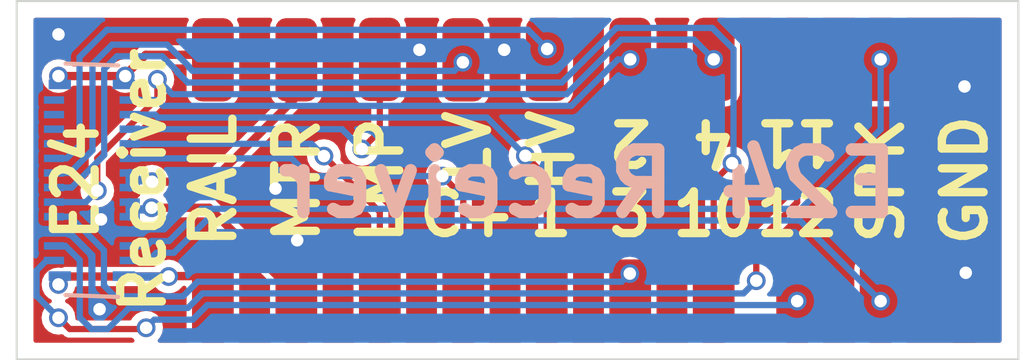
<source format=kicad_pcb>
(kicad_pcb (version 20240108) (generator "pcbnew") (generator_version "8.0")
  (layers (0 "F.Cu" signal) (31 "B.Cu" signal) (34 "B.Paste" user) (35 "F.Paste" user) (36 "B.SilkS" user "B.Silkscreen") (37 "F.SilkS" user "F.Silkscreen") (38 "B.Mask" user) (39 "F.Mask" user) (44 "Edge.Cuts" user))
  (net 0 "")
  (net 1 "/LAMP_FRONT")
  (net 2 "/AUX8 (VDC)")
  (net 3 "/AUX3")
  (net 4 "/AUX4")
  (net 5 "VCC")
  (net 6 "/TRACK_LEFT")
  (net 7 "/AUX10")
  (net 8 "/AUX11")
  (net 9 "/MOTOR_A")
  (net 10 "GND")
  (net 11 "/MOTOR_B")
  (net 12 "/AUX2 (VDC)")
  (net 13 "/TRACK_RIGHT")
  (net 14 "/AUX1 (VDC)")
  (net 15 "VDC")
  (net 16 "/AUX12")
  (net 17 "/CAP+")
  (net 18 "/LAMP_REAR")
  (net 19 "/AUX7 (VDC)")
  (net 20 "/AUX5 (VDC)")
  (net 21 "/AUX6 (VDC)")
  (net 22 "/SPEAKER_N")
  (net 23 "/SPEAKER_P")
  (footprint "Connector_Wire:SolderWirePad_1x01_SMD_1x2mm" (layer "F.Cu") (at 144.75 72.55)
    (property "Reference" "J7" (hide yes))
    (property "Value" "AUX3" (hide yes))
    (pad "1" smd roundrect (at 0 0) (size 1 2) (layers "F.Cu" "F.Paste" "F.Mask") (net 3 "/AUX3"))
  )
  (footprint "Connector_Wire:SolderWirePad_1x01_SMD_1x2mm" (layer "F.Cu") (at 146.75 66.75)
    (property "Reference" "J18" (hide yes))
    (property "Value" "AUX4" (hide yes))
    (pad "1" smd roundrect (at 0 0) (size 1 2) (layers "F.Cu" "F.Paste" "F.Mask") (net 4 "/AUX4"))
  )
  (footprint "Connector_Wire:SolderWirePad_1x01_SMD_1x2mm" (layer "F.Cu") (at 150.75 66.75)
    (property "Reference" "J20" (hide yes))
    (property "Value" "SPEAKER+" (hide yes))
    (pad "1" smd roundrect (at 0 0) (size 1 2) (layers "F.Cu" "F.Paste" "F.Mask") (net 23 "/SPEAKER_P"))
  )
  (footprint "Connector_Wire:SolderWirePad_1x01_SMD_1x2mm" (layer "F.Cu") (at 140.75 66.76)
    (property "Reference" "J15" (hide yes))
    (property "Value" "VCC" (hide yes))
    (pad "1" smd roundrect (at 0 0) (size 1 2) (layers "F.Cu" "F.Paste" "F.Mask") (net 5 "VCC"))
  )
  (footprint "Connector_Wire:SolderWirePad_1x01_SMD_1x2mm" (layer "F.Cu") (at 136.75 66.76)
    (property "Reference" "J13" (hide yes))
    (property "Value" "MOTOR+" (hide yes))
    (pad "1" smd roundrect (at 0 0) (size 1 2) (layers "F.Cu" "F.Paste" "F.Mask") (net 9 "/MOTOR_A"))
  )
  (footprint "Connector_Wire:SolderWirePad_1x01_SMD_1x2mm" (layer "F.Cu") (at 148.75 66.75)
    (property "Reference" "J19" (hide yes))
    (property "Value" "AUX11" (hide yes))
    (pad "1" smd roundrect (at 0 0) (size 1 2) (layers "F.Cu" "F.Paste" "F.Mask") (net 8 "/AUX11"))
  )
  (footprint "Connector_Wire:SolderWirePad_1x01_SMD_1x2mm" (layer "F.Cu") (at 144.75 66.75)
    (property "Reference" "J17" (hide yes))
    (property "Value" "AUX2" (hide yes))
    (pad "1" smd roundrect (at 0 0) (size 1 2) (layers "F.Cu" "F.Paste" "F.Mask") (net 12 "/AUX2 (VDC)"))
  )
  (footprint "Connector_Wire:SolderWirePad_1x01_SMD_1x2mm" (layer "F.Cu") (at 152.75 66.75)
    (property "Reference" "J21" (hide yes))
    (property "Value" "GND2" (hide yes))
    (pad "1" smd roundrect (at 0 0) (size 1 2) (layers "F.Cu" "F.Paste" "F.Mask") (net 10 "GND"))
  )
  (footprint "Connector_Wire:SolderWirePad_1x01_SMD_1x2mm" (layer "F.Cu") (at 140.75 72.55)
    (property "Reference" "J5" (hide yes))
    (property "Value" "CAP+" (hide yes))
    (pad "1" smd roundrect (at 0 0) (size 1 2) (layers "F.Cu" "F.Paste" "F.Mask") (net 17 "/CAP+"))
  )
  (footprint "Connector_Wire:SolderWirePad_1x01_SMD_1x2mm" (layer "F.Cu") (at 148.75 72.55)
    (property "Reference" "J9" (hide yes))
    (property "Value" "AUX12" (hide yes))
    (pad "1" smd roundrect (at 0 0) (size 1 2) (layers "F.Cu" "F.Paste" "F.Mask") (net 16 "/AUX12"))
  )
  (footprint "Connector_Wire:SolderWirePad_1x01_SMD_1x2mm" (layer "F.Cu") (at 134.75 72.55)
    (property "Reference" "J2" (hide yes))
    (property "Value" "TRACK_LEFT" (hide yes))
    (pad "1" smd roundrect (at 0 0) (size 1 2) (layers "F.Cu" "F.Paste" "F.Mask") (net 6 "/TRACK_LEFT"))
  )
  (footprint "Connector_Wire:SolderWirePad_1x01_SMD_1x2mm" (layer "F.Cu") (at 142.75 66.75)
    (property "Reference" "J14" (hide yes))
    (property "Value" "U+" (hide yes))
    (pad "1" smd roundrect (at 0 0) (size 1 2) (layers "F.Cu" "F.Paste" "F.Mask") (net 15 "VDC"))
  )
  (footprint "Connector_Wire:SolderWirePad_1x01_SMD_1x2mm" (layer "F.Cu") (at 142.75 72.55)
    (property "Reference" "J6" (hide yes))
    (property "Value" "AUX1" (hide yes))
    (pad "1" smd roundrect (at 0 0) (size 1 2) (layers "F.Cu" "F.Paste" "F.Mask") (net 14 "/AUX1 (VDC)"))
  )
  (footprint "Connector_Wire:SolderWirePad_1x01_SMD_1x2mm" (layer "F.Cu") (at 150.75 72.55)
    (property "Reference" "J10" (hide yes))
    (property "Value" "SPEAKER-" (hide yes))
    (pad "1" smd roundrect (at 0 0) (size 1 2) (layers "F.Cu" "F.Paste" "F.Mask") (net 22 "/SPEAKER_N"))
  )
  (footprint "Connector_Wire:SolderWirePad_1x01_SMD_1x2mm" (layer "F.Cu") (at 138.75 66.75)
    (property "Reference" "J16" (hide yes))
    (property "Value" "LAMP_REAR" (hide yes))
    (pad "1" smd roundrect (at 0 0) (size 1 2) (layers "F.Cu" "F.Paste" "F.Mask") (net 18 "/LAMP_REAR"))
  )
  (footprint "Connector_Wire:SolderWirePad_1x01_SMD_1x2mm" (layer "F.Cu") (at 146.75 72.55)
    (property "Reference" "J8" (hide yes))
    (property "Value" "AUX10" (hide yes))
    (pad "1" smd roundrect (at 0 0) (size 1 2) (layers "F.Cu" "F.Paste" "F.Mask") (net 7 "/AUX10"))
  )
  (footprint "Connector_Wire:SolderWirePad_1x01_SMD_1x2mm" (layer "F.Cu") (at 134.75 66.76)
    (property "Reference" "J12" (hide yes))
    (property "Value" "TRACK_RIGHT" (hide yes))
    (pad "1" smd roundrect (at 0 0) (size 1 2) (layers "F.Cu" "F.Paste" "F.Mask") (net 13 "/TRACK_RIGHT"))
  )
  (footprint "Connector_Wire:SolderWirePad_1x01_SMD_1x2mm" (layer "F.Cu") (at 136.75 72.55)
    (property "Reference" "J3" (hide yes))
    (property "Value" "MOTOR-" (hide yes))
    (pad "1" smd roundrect (at 0 0) (size 1 2) (layers "F.Cu" "F.Paste" "F.Mask") (net 11 "/MOTOR_B"))
  )
  (footprint "Connector_Wire:SolderWirePad_1x01_SMD_1x2mm" (layer "F.Cu") (at 152.75 72.55)
    (property "Reference" "J11" (hide yes))
    (property "Value" "GND1" (hide yes))
    (pad "1" smd roundrect (at 0 0) (size 1 2) (layers "F.Cu" "F.Paste" "F.Mask") (net 10 "GND"))
  )
  (footprint "Connector_Wire:SolderWirePad_1x01_SMD_1x2mm" (layer "F.Cu") (at 138.75 72.55)
    (property "Reference" "J4" (hide yes))
    (property "Value" "LAMP_FRONT" (hide yes))
    (pad "1" smd roundrect (at 0 0) (size 1 2) (layers "F.Cu" "F.Paste" "F.Mask") (net 1 "/LAMP_FRONT"))
  )
  (footprint "Local Library:5050702422" (layer "B.Cu") (at 131.85 69.65 90)
    (property "Reference" "J1" (hide yes))
    (property "Value" "505070-2422" (hide yes))
    (fp_line (start 2.8 -0.63) (end 2.755 0.63) (stroke (width 0.1)) (layer "B.SilkS"))
    (fp_line (start -2.755 -0.63) (end -2.8 0.63) (stroke (width 0.1)) (layer "B.SilkS"))
    (pad "1" smd rect (at -1.925 0.907 90) (size 0.18 0.485) (layers "B.Cu" "B.Paste" "B.Mask") (net 22 "/SPEAKER_N"))
    (pad "2" smd rect (at -1.575 0.907 90) (size 0.18 0.485) (layers "B.Cu" "B.Paste" "B.Mask") (net 23 "/SPEAKER_P"))
    (pad "3" smd rect (at -1.225 0.907 90) (size 0.18 0.485) (layers "B.Cu" "B.Paste" "B.Mask") (net 10 "GND"))
    (pad "4" smd rect (at -0.875 0.907 90) (size 0.18 0.485) (layers "B.Cu" "B.Paste" "B.Mask") (net 11 "/MOTOR_B"))
    (pad "5" smd rect (at -0.525 0.907 90) (size 0.18 0.485) (layers "B.Cu" "B.Paste" "B.Mask") (net 11 "/MOTOR_B"))
    (pad "6" smd rect (at -0.175 0.907 90) (size 0.18 0.485) (layers "B.Cu" "B.Paste" "B.Mask") (net 9 "/MOTOR_A"))
    (pad "7" smd rect (at 0.175 0.907 90) (size 0.18 0.485) (layers "B.Cu" "B.Paste" "B.Mask") (net 9 "/MOTOR_A"))
    (pad "8" smd rect (at 0.525 0.907 90) (size 0.18 0.485) (layers "B.Cu" "B.Paste" "B.Mask") (net 17 "/CAP+"))
    (pad "9" smd rect (at 0.875 0.907 90) (size 0.18 0.485) (layers "B.Cu" "B.Paste" "B.Mask") (net 1 "/LAMP_FRONT"))
    (pad "10" smd rect (at 1.225 0.907 90) (size 0.18 0.485) (layers "B.Cu" "B.Paste" "B.Mask") (net 18 "/LAMP_REAR"))
    (pad "11" smd rect (at 1.575 0.907 90) (size 0.18 0.485) (layers "B.Cu" "B.Paste" "B.Mask") (net 14 "/AUX1 (VDC)"))
    (pad "12" smd rect (at 1.925 0.907 90) (size 0.18 0.485) (layers "B.Cu" "B.Paste" "B.Mask") (net 12 "/AUX2 (VDC)"))
    (pad "13" smd rect (at 1.925 -0.908 90) (size 0.18 0.485) (layers "B.Cu" "B.Paste" "B.Mask") (net 2 "/AUX8 (VDC)"))
    (pad "14" smd rect (at 1.575 -0.908 90) (size 0.18 0.485) (layers "B.Cu" "B.Paste" "B.Mask") (net 19 "/AUX7 (VDC)"))
    (pad "15" smd rect (at 1.225 -0.908 90) (size 0.18 0.485) (layers "B.Cu" "B.Paste" "B.Mask") (net 21 "/AUX6 (VDC)"))
    (pad "16" smd rect (at 0.875 -0.908 90) (size 0.18 0.485) (layers "B.Cu" "B.Paste" "B.Mask") (net 20 "/AUX5 (VDC)"))
    (pad "17" smd rect (at 0.525 -0.908 90) (size 0.18 0.485) (layers "B.Cu" "B.Paste" "B.Mask") (net 15 "VDC"))
    (pad "18" smd rect (at 0.175 -0.908 90) (size 0.18 0.485) (layers "B.Cu" "B.Paste" "B.Mask") (net 5 "VCC"))
    (pad "19" smd rect (at -0.175 -0.908 90) (size 0.18 0.485) (layers "B.Cu" "B.Paste" "B.Mask") (net 7 "/AUX10"))
    (pad "20" smd rect (at -0.525 -0.908 90) (size 0.18 0.485) (layers "B.Cu" "B.Paste" "B.Mask") (net 4 "/AUX4"))
    (pad "21" smd rect (at -0.875 -0.908 90) (size 0.18 0.485) (layers "B.Cu" "B.Paste" "B.Mask") (net 3 "/AUX3"))
    (pad "22" smd rect (at -1.225 -0.908 90) (size 0.18 0.485) (layers "B.Cu" "B.Paste" "B.Mask") (net 10 "GND"))
    (pad "23" smd rect (at -1.575 -0.908 90) (size 0.18 0.485) (layers "B.Cu" "B.Paste" "B.Mask") (net 8 "/AUX11"))
    (pad "24" smd rect (at -1.925 -0.908 90) (size 0.18 0.485) (layers "B.Cu" "B.Paste" "B.Mask") (net 16 "/AUX12"))
    (pad "X1A" smd rect (at -2.3 0.768 90) (size 0.23 0.535) (layers "B.Cu" "B.Paste" "B.Mask") (net 6 "/TRACK_LEFT"))
    (pad "X1B" smd rect (at -2.3 -0.768 90) (size 0.23 0.535) (layers "B.Cu" "B.Paste" "B.Mask") (net 6 "/TRACK_LEFT"))
    (pad "X2A" smd rect (at 2.3 0.768 90) (size 0.23 0.535) (layers "B.Cu" "B.Paste" "B.Mask") (net 13 "/TRACK_RIGHT"))
    (pad "X2B" smd rect (at 2.3 -0.768 90) (size 0.23 0.535) (layers "B.Cu" "B.Paste" "B.Mask") (net 13 "/TRACK_RIGHT"))
  )
  (gr_rect (start 130.05 65.35) (end 154.05 73.95) (stroke (width 0.05)) (fill none) (layer "Edge.Cuts"))
  (gr_text "E24 Receiver" (at 143.74 70.61 0) (layer "B.SilkS") (effects (font (size 1.5 1.5) (thickness 0.3) (bold yes)) (justify bottom mirror)))
  (gr_text "SPK" (at 151.35 69.65 90) (layer "F.SilkS") (effects (font (size 1 1) (thickness 0.2) (bold yes)) (justify bottom)))
  (gr_text "GND" (at 153.35 69.65 90) (layer "F.SilkS") (effects (font (size 1 1) (thickness 0.2) (bold yes)) (justify bottom)))
  (gr_text "MTR" (at 137.35 69.65 90) (layer "F.SilkS") (effects (font (size 1 1) (thickness 0.2) (bold yes)) (justify bottom)))
  (gr_text "12" (at 148.75 71.05 0) (layer "F.SilkS") (effects (font (size 1 1) (thickness 0.2) (bold yes)) (justify bottom)))
  (gr_text "3" (at 144.75 71.05 0) (layer "F.SilkS") (effects (font (size 1 1) (thickness 0.2) (bold yes)) (justify bottom)))
  (gr_text "2" (at 144.75 68.15 180) (layer "F.SilkS") (effects (font (size 1 1) (thickness 0.2) (bold yes)) (justify bottom)))
  (gr_text "E24\nReceiver" (at 133.66 69.65 90) (layer "F.SilkS") (effects (font (size 1 1) (thickness 0.2) (bold yes)) (justify bottom)))
  (gr_text "LMP" (at 139.35 69.65 90) (layer "F.SilkS") (effects (font (size 1 1) (thickness 0.2) (bold yes)) (justify bottom)))
  (gr_text "RAIL" (at 135.35 69.65 90) (layer "F.SilkS") (effects (font (size 1 1) (thickness 0.2) (bold yes)) (justify bottom)))
  (gr_text "HV" (at 143.45 68.95 90) (layer "F.SilkS") (effects (font (size 1 1) (thickness 0.2) (bold yes)) (justify bottom)))
  (gr_text "C+" (at 140.85 71.05 0) (layer "F.SilkS") (effects (font (size 1 1) (thickness 0.2) (bold yes)) (justify bottom)))
  (gr_text "11" (at 148.75 68.15 180) (layer "F.SilkS") (effects (font (size 1 1) (thickness 0.2) (bold yes)) (justify bottom)))
  (gr_text "1" (at 142.85 71.05 0) (layer "F.SilkS") (effects (font (size 1 1) (thickness 0.2) (bold yes)) (justify bottom)))
  (gr_text "10" (at 146.75 71.05 0) (layer "F.SilkS") (effects (font (size 1 1) (thickness 0.2) (bold yes)) (justify bottom)))
  (gr_text "4" (at 146.75 68.15 180) (layer "F.SilkS") (effects (font (size 1 1) (thickness 0.2) (bold yes)) (justify bottom)))
  (gr_text "LV" (at 141.45 68.85 90) (layer "F.SilkS") (effects (font (size 1 1) (thickness 0.2) (bold yes)) (justify bottom)))
  (segment (start 137.41 69.07) (end 138.75 70.41) (width 0.15) (layer "F.Cu") (net 1))
  (segment (start 138.75 70.41) (end 138.75 72.55) (width 0.15) (layer "F.Cu") (net 1))
  (via (at 137.41 69.07) (size 0.45) (drill 0.3) (layers "F.Cu" "B.Cu") (net 1))
  (segment (start 137.41 69.07) (end 137.115 68.775) (width 0.15) (layer "B.Cu") (net 1))
  (segment (start 137.115 68.775) (end 132.757 68.775) (width 0.15) (layer "B.Cu") (net 1))
  (via (at 144.74 71.89) (size 0.45) (drill 0.3) (layers "F.Cu" "B.Cu") (net 3))
  (segment (start 132.14 72.178248) (end 132.14 71.33402) (width 0.15) (layer "B.Cu") (net 3))
  (segment (start 134.035 72.435) (end 132.396752 72.435) (width 0.15) (layer "B.Cu") (net 3))
  (segment (start 144.545 72.085) (end 134.385 72.085) (width 0.15) (layer "B.Cu") (net 3))
  (segment (start 132.14 71.33402) (end 131.33098 70.525) (width 0.15) (layer "B.Cu") (net 3))
  (segment (start 134.385 72.085) (end 134.035 72.435) (width 0.15) (layer "B.Cu") (net 3))
  (segment (start 131.33098 70.525) (end 130.942 70.525) (width 0.15) (layer "B.Cu") (net 3))
  (segment (start 144.74 71.89) (end 144.545 72.085) (width 0.15) (layer "B.Cu") (net 3))
  (segment (start 132.396752 72.435) (end 132.14 72.178248) (width 0.15) (layer "B.Cu") (net 3))
  (segment (start 131.98 69.12) (end 133.42 67.68) (width 0.15) (layer "F.Cu") (net 4))
  (segment (start 131.98 69.9) (end 131.98 69.12) (width 0.15) (layer "F.Cu") (net 4))
  (segment (start 133.42 67.68) (end 133.42 67.23) (width 0.15) (layer "F.Cu") (net 4))
  (via (at 131.98 69.9) (size 0.45) (drill 0.3) (layers "F.Cu" "B.Cu") (net 4))
  (via (at 133.42 67.23) (size 0.45) (drill 0.3) (layers "F.Cu" "B.Cu") (net 4))
  (via (at 146.75 66.75) (size 0.45) (drill 0.3) (layers "F.Cu" "B.Cu") (net 4))
  (segment (start 131.705 70.175) (end 130.942 70.175) (width 0.15) (layer "B.Cu") (net 4))
  (segment (start 131.98 69.9) (end 131.705 70.175) (width 0.15) (layer "B.Cu") (net 4))
  (segment (start 133.42 67.23) (end 133.775 67.585) (width 0.15) (layer "B.Cu") (net 4))
  (segment (start 146.275 66.275) (end 146.75 66.75) (width 0.15) (layer "B.Cu") (net 4))
  (segment (start 144.535 66.275) (end 146.275 66.275) (width 0.15) (layer "B.Cu") (net 4))
  (segment (start 143.225 67.585) (end 144.535 66.275) (width 0.15) (layer "B.Cu") (net 4))
  (segment (start 133.775 67.585) (end 143.225 67.585) (width 0.15) (layer "B.Cu") (net 4))
  (via (at 140.74 66.82) (size 0.45) (drill 0.3) (layers "F.Cu" "B.Cu") (net 5))
  (segment (start 134.175 66.917268) (end 133.652732 66.395) (width 0.15) (layer "B.Cu") (net 5))
  (segment (start 131.8655 66.866768) (end 131.8655 68.928764) (width 0.15) (layer "B.Cu") (net 5))
  (segment (start 134.26098 67.025) (end 134.175 66.93902) (width 0.15) (layer "B.Cu") (net 5))
  (segment (start 134.175 66.93902) (end 134.175 66.917268) (width 0.15) (layer "B.Cu") (net 5))
  (segment (start 131.319264 69.475) (end 130.942 69.475) (width 0.15) (layer "B.Cu") (net 5))
  (segment (start 140.74 66.82) (end 140.535 67.025) (width 0.15) (layer "B.Cu") (net 5))
  (segment (start 140.535 67.025) (end 134.26098 67.025) (width 0.15) (layer "B.Cu") (net 5))
  (segment (start 131.8655 68.928764) (end 131.319264 69.475) (width 0.15) (layer "B.Cu") (net 5))
  (segment (start 132.337268 66.395) (end 131.8655 66.866768) (width 0.15) (layer "B.Cu") (net 5))
  (segment (start 133.652732 66.395) (end 132.337268 66.395) (width 0.15) (layer "B.Cu") (net 5))
  (segment (start 134.35 71.95) (end 134.75 72.35) (width 0.2) (layer "F.Cu") (net 6))
  (segment (start 134.75 72.35) (end 134.75 72.55) (width 0.2) (layer "F.Cu") (net 6))
  (segment (start 131.24 71.96) (end 131.05 72.15) (width 0.2) (layer "F.Cu") (net 6))
  (segment (start 133.69 71.96) (end 133.7 71.95) (width 0.2) (layer "F.Cu") (net 6))
  (segment (start 133.7 71.95) (end 134.35 71.95) (width 0.2) (layer "F.Cu") (net 6))
  (segment (start 133.69 71.96) (end 131.24 71.96) (width 0.2) (layer "F.Cu") (net 6))
  (via (at 133.69 71.96) (size 0.45) (drill 0.3) (layers "F.Cu" "B.Cu") (net 6))
  (via (at 131.05 72.15) (size 0.45) (drill 0.3) (layers "F.Cu" "B.Cu") (net 6))
  (segment (start 132.628 71.96) (end 132.618 71.95) (width 0.2) (layer "B.Cu") (net 6))
  (segment (start 133.69 71.96) (end 132.628 71.96) (width 0.2) (layer "B.Cu") (net 6))
  (segment (start 131.082 72.118) (end 131.05 72.15) (width 0.2) (layer "B.Cu") (net 6))
  (segment (start 131.082 71.95) (end 131.082 72.118) (width 0.2) (layer "B.Cu") (net 6))
  (segment (start 146.75 69.68) (end 146.75 72.55) (width 0.15) (layer "F.Cu") (net 7))
  (segment (start 147.19 69.24) (end 146.75 69.68) (width 0.15) (layer "F.Cu") (net 7))
  (via (at 147.19 69.24) (size 0.45) (drill 0.3) (layers "F.Cu" "B.Cu") (net 7))
  (segment (start 144.41902 65.995) (end 143.10902 67.305) (width 0.15) (layer "B.Cu") (net 7))
  (segment (start 147.19 69.24) (end 147.225 69.205) (width 0.15) (layer "B.Cu") (net 7))
  (segment (start 134.145 67.305) (end 133.895 67.055) (width 0.15) (layer "B.Cu") (net 7))
  (segment (start 131.365244 69.825) (end 130.942 69.825) (width 0.15) (layer "B.Cu") (net 7))
  (segment (start 133.536752 66.675) (end 132.453248 66.675) (width 0.15) (layer "B.Cu") (net 7))
  (segment (start 147.225 69.205) (end 147.225 66.505) (width 0.15) (layer "B.Cu") (net 7))
  (segment (start 146.715 65.995) (end 144.41902 65.995) (width 0.15) (layer "B.Cu") (net 7))
  (segment (start 132.453248 66.675) (end 132.1455 66.982748) (width 0.15) (layer "B.Cu") (net 7))
  (segment (start 147.225 66.505) (end 146.715 65.995) (width 0.15) (layer "B.Cu") (net 7))
  (segment (start 132.1455 69.044744) (end 131.365244 69.825) (width 0.15) (layer "B.Cu") (net 7))
  (segment (start 133.895 67.055) (end 133.895 67.033248) (width 0.15) (layer "B.Cu") (net 7))
  (segment (start 132.1455 66.982748) (end 132.1455 69.044744) (width 0.15) (layer "B.Cu") (net 7))
  (segment (start 133.895 67.033248) (end 133.536752 66.675) (width 0.15) (layer "B.Cu") (net 7))
  (segment (start 143.10902 67.305) (end 134.145 67.305) (width 0.15) (layer "B.Cu") (net 7))
  (segment (start 148.75 70.18) (end 148.75 66.75) (width 0.15) (layer "F.Cu") (net 8))
  (segment (start 147.77 71.16) (end 148.75 70.18) (width 0.15) (layer "F.Cu") (net 8))
  (segment (start 147.77 72.06) (end 147.77 71.16) (width 0.15) (layer "F.Cu") (net 8))
  (via (at 147.77 72.06) (size 0.45) (drill 0.3) (layers "F.Cu" "B.Cu") (net 8))
  (segment (start 132.736752 72.715) (end 132.231752 73.22) (width 0.15) (layer "B.Cu") (net 8))
  (segment (start 132.231752 73.22) (end 131.838248 73.22) (width 0.15) (layer "B.Cu") (net 8))
  (segment (start 131.838248 73.22) (end 131.56 72.941752) (width 0.15) (layer "B.Cu") (net 8))
  (segment (start 131.56 72.941752) (end 131.56 71.57) (width 0.15) (layer "B.Cu") (net 8))
  (segment (start 131.215 71.225) (end 130.942 71.225) (width 0.15) (layer "B.Cu") (net 8))
  (segment (start 131.56 71.57) (end 131.215 71.225) (width 0.15) (layer "B.Cu") (net 8))
  (segment (start 147.465 72.365) (end 134.50098 72.365) (width 0.15) (layer "B.Cu") (net 8))
  (segment (start 147.77 72.06) (end 147.465 72.365) (width 0.15) (layer "B.Cu") (net 8))
  (segment (start 134.15098 72.715) (end 132.736752 72.715) (width 0.15) (layer "B.Cu") (net 8))
  (segment (start 134.50098 72.365) (end 134.15098 72.715) (width 0.15) (layer "B.Cu") (net 8))
  (segment (start 133.292498 69.685122) (end 134.714878 69.685122) (width 0.2) (layer "F.Cu") (net 9))
  (segment (start 136.75 67.65) (end 136.75 66.76) (width 0.2) (layer "F.Cu") (net 9))
  (segment (start 134.714878 69.685122) (end 136.75 67.65) (width 0.2) (layer "F.Cu") (net 9))
  (via (at 133.292498 69.685122) (size 0.45) (drill 0.3) (layers "F.Cu" "B.Cu") (net 9))
  (segment (start 132.757 69.825) (end 132.757 69.65) (width 0.2) (layer "B.Cu") (net 9))
  (segment (start 132.757 69.65) (end 132.757 69.475) (width 0.2) (layer "B.Cu") (net 9))
  (segment (start 133.292498 69.685122) (end 133.257376 69.65) (width 0.2) (layer "B.Cu") (net 9))
  (segment (start 133.257376 69.65) (end 132.757 69.65) (width 0.2) (layer "B.Cu") (net 9))
  (via (at 131.05 66.15) (size 0.45) (drill 0.3) (layers "F.Cu" "B.Cu") (net 10))
  (via (at 139.7 66.52) (size 0.45) (drill 0.3) (layers "F.Cu" "B.Cu") (net 10))
  (via (at 152.79 71.87) (size 0.45) (drill 0.3) (layers "F.Cu" "B.Cu") (net 10))
  (via (at 152.76 67.4) (size 0.45) (drill 0.3) (layers "F.Cu" "B.Cu") (net 10))
  (via (at 132.035 72.745) (size 0.45) (drill 0.3) (layers "F.Cu" "B.Cu") (net 10))
  (via (at 141.73 66.52) (size 0.45) (drill 0.3) (layers "F.Cu" "B.Cu") (net 10))
  (via (at 136.25 69.85) (size 0.45) (drill 0.3) (layers "F.Cu" "B.Cu") (net 10))
  (via (at 136.77 71.09) (size 0.45) (drill 0.3) (layers "F.Cu" "B.Cu") (net 10))
  (via (at 132.07 70.59) (size 0.45) (drill 0.3) (layers "F.Cu" "B.Cu") (net 10))
  (segment (start 132.035 72.745) (end 131.86 72.57) (width 0.15) (layer "B.Cu") (net 10))
  (segment (start 131.285 70.875) (end 130.942 70.875) (width 0.15) (layer "B.Cu") (net 10))
  (segment (start 132.757 70.875) (end 132.355 70.875) (width 0.15) (layer "B.Cu") (net 10))
  (segment (start 133.58 70.79) (end 133.2045 70.79) (width 0.15) (layer "B.Cu") (net 10))
  (segment (start 134.52 69.85) (end 133.58 70.79) (width 0.15) (layer "B.Cu") (net 10))
  (segment (start 136.25 69.85) (end 134.52 69.85) (width 0.15) (layer "B.Cu") (net 10))
  (segment (start 131.86 71.45) (end 131.285 70.875) (width 0.15) (layer "B.Cu") (net 10))
  (segment (start 133.1195 70.875) (end 132.757 70.875) (width 0.15) (layer "B.Cu") (net 10))
  (segment (start 131.86 72.57) (end 131.86 71.45) (width 0.15) (layer "B.Cu") (net 10))
  (segment (start 132.355 70.875) (end 132.07 70.59) (width 0.15) (layer "B.Cu") (net 10))
  (segment (start 133.2045 70.79) (end 133.1195 70.875) (width 0.15) (layer "B.Cu") (net 10))
  (segment (start 133.28 70.31) (end 134.66 70.31) (width 0.2) (layer "F.Cu") (net 11))
  (segment (start 136.75 72.4) (end 136.75 72.55) (width 0.2) (layer "F.Cu") (net 11))
  (segment (start 134.66 70.31) (end 136.75 72.4) (width 0.2) (layer "F.Cu") (net 11))
  (via (at 133.28 70.31) (size 0.45) (drill 0.3) (layers "F.Cu" "B.Cu") (net 11))
  (segment (start 133.28 70.31) (end 133.24 70.35) (width 0.2) (layer "B.Cu") (net 11))
  (segment (start 133.24 70.35) (end 132.757 70.35) (width 0.2) (layer "B.Cu") (net 11))
  (segment (start 132.757 70.175) (end 132.757 70.35) (width 0.2) (layer "B.Cu") (net 11))
  (segment (start 132.757 70.35) (end 132.757 70.525) (width 0.2) (layer "B.Cu") (net 11))
  (via (at 144.75 66.75) (size 0.45) (drill 0.3) (layers "F.Cu" "B.Cu") (net 12))
  (segment (start 144.45598 66.75) (end 143.34098 67.865) (width 0.15) (layer "B.Cu") (net 12))
  (segment (start 143.34098 67.865) (end 133.55098 67.865) (width 0.15) (layer "B.Cu") (net 12))
  (segment (start 133.41098 67.725) (end 132.757 67.725) (width 0.15) (layer "B.Cu") (net 12))
  (segment (start 133.55098 67.865) (end 133.41098 67.725) (width 0.15) (layer "B.Cu") (net 12))
  (segment (start 144.75 66.75) (end 144.45598 66.75) (width 0.15) (layer "B.Cu") (net 12))
  (segment (start 132.65 67.13) (end 133.14 66.64) (width 0.2) (layer "F.Cu") (net 13))
  (segment (start 134.63 66.64) (end 134.75 66.76) (width 0.2) (layer "F.Cu") (net 13))
  (segment (start 132.65 67.15) (end 132.65 67.13) (width 0.2) (layer "F.Cu") (net 13))
  (segment (start 133.14 66.64) (end 134.63 66.64) (width 0.2) (layer "F.Cu") (net 13))
  (segment (start 131.05 67.15) (end 132.65 67.15) (width 0.2) (layer "F.Cu") (net 13))
  (via (at 132.65 67.15) (size 0.45) (drill 0.3) (layers "F.Cu" "B.Cu") (net 13))
  (via (at 131.05 67.15) (size 0.45) (drill 0.3) (layers "F.Cu" "B.Cu") (net 13))
  (segment (start 132.65 67.15) (end 132.618 67.182) (width 0.2) (layer "B.Cu") (net 13))
  (segment (start 131.05 67.15) (end 131.082 67.182) (width 0.2) (layer "B.Cu") (net 13))
  (segment (start 131.082 67.182) (end 131.082 67.35) (width 0.2) (layer "B.Cu") (net 13))
  (segment (start 132.618 67.182) (end 132.618 67.35) (width 0.2) (layer "B.Cu") (net 13))
  (segment (start 142.75 69.575) (end 142.75 72.55) (width 0.15) (layer "F.Cu") (net 14))
  (segment (start 142.2375 69.0625) (end 142.75 69.575) (width 0.15) (layer "F.Cu") (net 14))
  (via (at 142.2375 69.0625) (size 0.45) (drill 0.3) (layers "F.Cu" "B.Cu") (net 14))
  (segment (start 133.365 68.075) (end 132.757 68.075) (width 0.15) (layer "B.Cu") (net 14))
  (segment (start 133.435 68.145) (end 133.365 68.075) (width 0.15) (layer "B.Cu") (net 14))
  (segment (start 142.2375 69.0625) (end 141.32 68.145) (width 0.15) (layer "B.Cu") (net 14))
  (segment (start 141.32 68.145) (end 133.435 68.145) (width 0.15) (layer "B.Cu") (net 14))
  (via (at 142.76 66.5) (size 0.45) (drill 0.3) (layers "F.Cu" "B.Cu") (net 15))
  (segment (start 142.3 66.04) (end 132.21 66.04) (width 0.15) (layer "B.Cu") (net 15))
  (segment (start 132.21 66.04) (end 131.5545 66.6955) (width 0.15) (layer "B.Cu") (net 15))
  (segment (start 142.76 66.5) (end 142.3 66.04) (width 0.15) (layer "B.Cu") (net 15))
  (segment (start 131.5545 68.8155) (end 131.245 69.125) (width 0.15) (layer "B.Cu") (net 15))
  (segment (start 131.245 69.125) (end 130.942 69.125) (width 0.15) (layer "B.Cu") (net 15))
  (segment (start 131.5545 66.6955) (end 131.5545 68.8155) (width 0.15) (layer "B.Cu") (net 15))
  (segment (start 133.15 73.19) (end 133.12 73.22) (width 0.15) (layer "F.Cu") (net 16))
  (segment (start 133.12 73.22) (end 131.32 73.22) (width 0.15) (layer "F.Cu") (net 16))
  (segment (start 131.32 73.22) (end 131.05 72.95) (width 0.15) (layer "F.Cu") (net 16))
  (via (at 131.05 72.95) (size 0.45) (drill 0.3) (layers "F.Cu" "B.Cu") (net 16))
  (via (at 148.75 72.55) (size 0.45) (drill 0.3) (layers "F.Cu" "B.Cu") (net 16))
  (via (at 133.15 73.19) (size 0.45) (drill 0.3) (layers "F.Cu" "B.Cu") (net 16))
  (segment (start 134.26696 72.995) (end 134.61696 72.645) (width 0.15) (layer "B.Cu") (net 16))
  (segment (start 130.942 71.575) (end 130.765 71.575) (width 0.15) (layer "B.Cu") (net 16))
  (segment (start 134.61696 72.645) (end 148.655 72.645) (width 0.15) (layer "B.Cu") (net 16))
  (segment (start 130.535 72.435) (end 131.05 72.95) (width 0.15) (layer "B.Cu") (net 16))
  (segment (start 148.655 72.645) (end 148.75 72.55) (width 0.15) (layer "B.Cu") (net 16))
  (segment (start 130.525 71.815) (end 130.525 72.435) (width 0.15) (layer "B.Cu") (net 16))
  (segment (start 133.15 73.19) (end 133.345 72.995) (width 0.15) (layer "B.Cu") (net 16))
  (segment (start 130.525 72.435) (end 130.535 72.435) (width 0.15) (layer "B.Cu") (net 16))
  (segment (start 133.345 72.995) (end 134.26696 72.995) (width 0.15) (layer "B.Cu") (net 16))
  (segment (start 130.765 71.575) (end 130.525 71.815) (width 0.15) (layer "B.Cu") (net 16))
  (segment (start 140.75 70.05) (end 140.75 72.55) (width 0.15) (layer "F.Cu") (net 17))
  (segment (start 140.25 69.55) (end 140.75 70.05) (width 0.15) (layer "F.Cu") (net 17))
  (via (at 140.25 69.55) (size 0.45) (drill 0.3) (layers "F.Cu" "B.Cu") (net 17))
  (segment (start 136.635 69.125) (end 132.757 69.125) (width 0.15) (layer "B.Cu") (net 17))
  (segment (start 137.06 69.55) (end 136.635 69.125) (width 0.15) (layer "B.Cu") (net 17))
  (segment (start 140.25 69.55) (end 137.06 69.55) (width 0.15) (layer "B.Cu") (net 17))
  (segment (start 138.75 68.47) (end 138.75 66.75) (width 0.15) (layer "F.Cu") (net 18))
  (segment (start 138.32 68.9) (end 138.75 68.47) (width 0.15) (layer "F.Cu") (net 18))
  (via (at 138.32 68.9) (size 0.45) (drill 0.3) (layers "F.Cu" "B.Cu") (net 18))
  (segment (start 138.32 68.9) (end 137.845 68.425) (width 0.15) (layer "B.Cu") (net 18))
  (segment (start 137.845 68.425) (end 132.757 68.425) (width 0.15) (layer "B.Cu") (net 18))
  (via (at 150.75 72.55) (size 0.45) (drill 0.3) (layers "F.Cu" "B.Cu") (net 22))
  (segment (start 133.21146 71.575) (end 133.39646 71.39) (width 0.15) (layer "B.Cu") (net 22))
  (segment (start 133.39646 71.39) (end 133.81598 71.39) (width 0.15) (layer "B.Cu") (net 22))
  (segment (start 132.757 71.575) (end 133.21146 71.575) (width 0.15) (layer "B.Cu") (net 22))
  (segment (start 148.815 70.615) (end 150.75 72.55) (width 0.15) (layer "B.Cu") (net 22))
  (segment (start 133.81598 71.39) (end 134.59098 70.615) (width 0.15) (layer "B.Cu") (net 22))
  (segment (start 134.59098 70.615) (end 148.815 70.615) (width 0.15) (layer "B.Cu") (net 22))
  (via (at 150.75 66.75) (size 0.45) (drill 0.3) (layers "F.Cu" "B.Cu") (net 23))
  (segment (start 150.75 68.43) (end 150.75 66.75) (width 0.15) (layer "B.Cu") (net 23))
  (segment (start 132.757 71.225) (end 133.16548 71.225) (width 0.15) (layer "B.Cu") (net 23))
  (segment (start 133.7 71.11) (end 134.475 70.335) (width 0.15) (layer "B.Cu") (net 23))
  (segment (start 133.28048 71.11) (end 133.7 71.11) (width 0.15) (layer "B.Cu") (net 23))
  (segment (start 133.16548 71.225) (end 133.28048 71.11) (width 0.15) (layer "B.Cu") (net 23))
  (segment (start 148.845 70.335) (end 150.75 68.43) (width 0.15) (layer "B.Cu") (net 23))
  (segment (start 134.475 70.335) (end 148.845 70.335) (width 0.15) (layer "B.Cu") (net 23))
  (zone (net 10) (net_name "GND") (layers "F&B.Cu") (connect_pads yes (clearance 0.1)) (min_thickness 0.1) (fill yes (thermal_gap 0.5) (thermal_bridge_width 0.5))
    (polygon (pts (xy 130.04 65.35) (xy 154.05 65.35) (xy 154.05 73.95) (xy 130.04 73.95)))
  )
)
</source>
